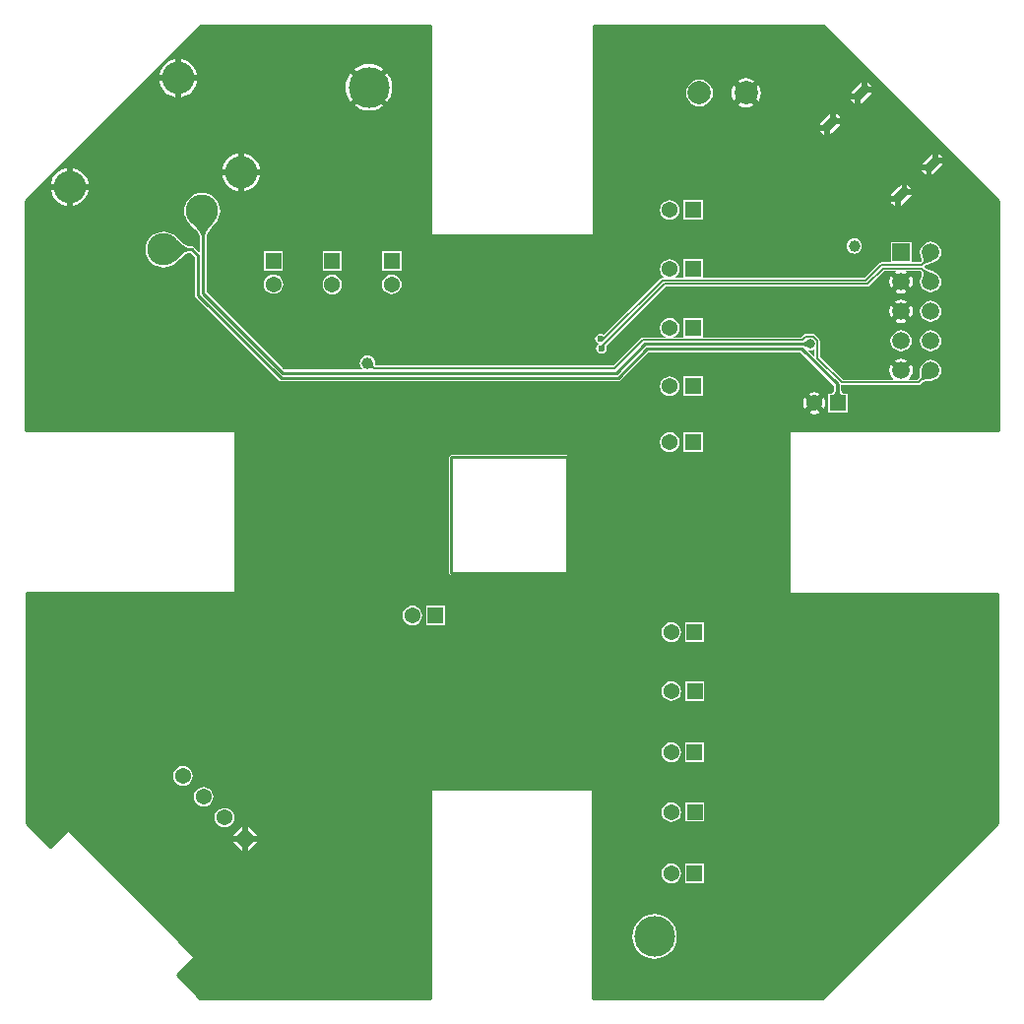
<source format=gbl>
G04*
G04 #@! TF.GenerationSoftware,Altium Limited,Altium Designer,21.8.1 (53)*
G04*
G04 Layer_Physical_Order=2*
G04 Layer_Color=16711680*
%FSLAX42Y42*%
%MOMM*%
G71*
G04*
G04 #@! TF.SameCoordinates,4C7B3126-2604-42B9-8956-4212446E7276*
G04*
G04*
G04 #@! TF.FilePolarity,Positive*
G04*
G01*
G75*
%ADD14C,0.25*%
%ADD15C,0.15*%
G04:AMPARAMS|DCode=71|XSize=1.6mm|YSize=0.8mm|CornerRadius=0mm|HoleSize=0mm|Usage=FLASHONLY|Rotation=225.000|XOffset=0mm|YOffset=0mm|HoleType=Round|Shape=Round|*
%AMOVALD71*
21,1,0.80,0.80,0.00,0.00,225.0*
1,1,0.80,0.28,0.28*
1,1,0.80,-0.28,-0.28*
%
%ADD71OVALD71*%

%ADD75C,3.50*%
%ADD76C,2.78*%
%ADD77R,1.37X1.37*%
%ADD78C,1.37*%
%ADD79C,1.37*%
%ADD80P,1.94X4X360.0*%
%ADD81R,1.37X1.37*%
%ADD82R,1.50X1.50*%
%ADD83C,1.50*%
%ADD84C,2.00*%
%ADD85C,1.00*%
%ADD86C,0.80*%
%ADD87C,0.60*%
%ADD88C,1.27*%
G36*
X6957Y8487D02*
X8463Y6982D01*
Y5007D01*
X6657D01*
Y3607D01*
X8457D01*
Y1632D01*
X6952Y126D01*
X4977D01*
X4977Y1926D01*
X3577D01*
Y126D01*
X1598D01*
X1401Y324D01*
X1556Y480D01*
X460Y1576D01*
X312Y1427D01*
X106Y1633D01*
Y3608D01*
X1906D01*
Y5008D01*
X101D01*
Y6983D01*
X1607Y8488D01*
X3582D01*
Y6686D01*
X4982D01*
Y8488D01*
X6957D01*
X6957Y8487D01*
D02*
G37*
%LPC*%
G36*
X1386Y8199D02*
X1379Y8198D01*
X1348Y8189D01*
X1320Y8174D01*
X1295Y8153D01*
X1274Y8128D01*
X1259Y8100D01*
X1250Y8069D01*
X1249Y8062D01*
X1386Y8062D01*
Y8199D01*
D02*
G37*
G36*
X1436Y8199D02*
Y8062D01*
X1573Y8062D01*
X1573Y8069D01*
X1563Y8100D01*
X1548Y8128D01*
X1528Y8153D01*
X1503Y8174D01*
X1474Y8189D01*
X1443Y8198D01*
X1436Y8199D01*
D02*
G37*
G36*
X3051Y8159D02*
X3012Y8155D01*
X2974Y8143D01*
X2940Y8125D01*
X2929Y8116D01*
X3051Y7993D01*
X3174Y8116D01*
X3163Y8125D01*
X3128Y8143D01*
X3090Y8155D01*
X3051Y8159D01*
D02*
G37*
G36*
X7338Y7997D02*
Y7962D01*
X7373D01*
X7370Y7970D01*
X7359Y7984D01*
X7346Y7994D01*
X7338Y7997D01*
D02*
G37*
G36*
X6293Y8036D02*
X6261Y8031D01*
X6230Y8019D01*
X6224Y8014D01*
X6293Y7945D01*
X6363Y8014D01*
X6356Y8019D01*
X6326Y8031D01*
X6293Y8036D01*
D02*
G37*
G36*
X1386Y8012D02*
X1249Y8012D01*
X1250Y8005D01*
X1259Y7974D01*
X1274Y7946D01*
X1295Y7921D01*
X1320Y7900D01*
X1348Y7885D01*
X1379Y7876D01*
X1386Y7875D01*
Y8012D01*
D02*
G37*
G36*
X1436D02*
Y7875D01*
X1443Y7876D01*
X1474Y7885D01*
X1503Y7900D01*
X1528Y7921D01*
X1548Y7946D01*
X1563Y7974D01*
X1573Y8005D01*
X1573Y8012D01*
X1436Y8012D01*
D02*
G37*
G36*
X6398Y7979D02*
X6329Y7910D01*
X6398Y7840D01*
X6403Y7847D01*
X6415Y7877D01*
X6420Y7910D01*
X6415Y7942D01*
X6403Y7973D01*
X6398Y7979D01*
D02*
G37*
G36*
X6189Y7979D02*
X6184Y7973D01*
X6172Y7942D01*
X6167Y7910D01*
X6172Y7877D01*
X6184Y7847D01*
X6189Y7840D01*
X6258Y7910D01*
X6189Y7979D01*
D02*
G37*
G36*
X3209Y8080D02*
X3087Y7958D01*
X3209Y7835D01*
X3218Y7846D01*
X3237Y7881D01*
X3248Y7918D01*
X3252Y7958D01*
X3248Y7997D01*
X3237Y8035D01*
X3218Y8069D01*
X3209Y8080D01*
D02*
G37*
G36*
X2893Y8080D02*
X2884Y8069D01*
X2866Y8035D01*
X2854Y7997D01*
X2850Y7958D01*
X2854Y7918D01*
X2866Y7881D01*
X2884Y7846D01*
X2893Y7835D01*
X3016Y7958D01*
X2893Y8080D01*
D02*
G37*
G36*
X7288Y7997D02*
X7280Y7994D01*
X7267Y7984D01*
X7210Y7927D01*
X7200Y7914D01*
X7196Y7906D01*
X7256Y7906D01*
Y7881D01*
X7281D01*
Y7821D01*
X7289Y7824D01*
X7303Y7835D01*
X7359Y7891D01*
X7370Y7905D01*
X7373Y7912D01*
X7313D01*
Y7937D01*
X7288D01*
Y7997D01*
D02*
G37*
G36*
X7231Y7856D02*
X7196Y7856D01*
X7200Y7848D01*
X7210Y7835D01*
X7224Y7824D01*
X7231Y7821D01*
Y7856D01*
D02*
G37*
G36*
X5893Y8026D02*
X5863Y8022D01*
X5835Y8010D01*
X5811Y7992D01*
X5793Y7968D01*
X5781Y7940D01*
X5777Y7910D01*
X5781Y7880D01*
X5793Y7852D01*
X5811Y7828D01*
X5835Y7809D01*
X5863Y7798D01*
X5893Y7794D01*
X5923Y7798D01*
X5951Y7809D01*
X5975Y7828D01*
X5994Y7852D01*
X6006Y7880D01*
X6009Y7910D01*
X6006Y7940D01*
X5994Y7968D01*
X5975Y7992D01*
X5951Y8010D01*
X5923Y8022D01*
X5893Y8026D01*
D02*
G37*
G36*
X6293Y7874D02*
X6224Y7805D01*
X6230Y7800D01*
X6261Y7788D01*
X6293Y7783D01*
X6326Y7788D01*
X6356Y7800D01*
X6363Y7805D01*
X6293Y7874D01*
D02*
G37*
G36*
X3051Y7922D02*
X2929Y7800D01*
X2940Y7791D01*
X2974Y7772D01*
X3012Y7761D01*
X3051Y7757D01*
X3090Y7761D01*
X3128Y7772D01*
X3163Y7791D01*
X3174Y7800D01*
X3051Y7922D01*
D02*
G37*
G36*
X7069Y7729D02*
Y7694D01*
X7104D01*
X7101Y7702D01*
X7091Y7715D01*
X7077Y7726D01*
X7069Y7729D01*
D02*
G37*
G36*
X7019Y7729D02*
X7011Y7726D01*
X6998Y7715D01*
X6941Y7659D01*
X6931Y7645D01*
X6928Y7637D01*
X6988Y7637D01*
Y7612D01*
X7013D01*
Y7552D01*
X7020Y7555D01*
X7034Y7566D01*
X7091Y7622D01*
X7101Y7636D01*
X7104Y7644D01*
X7044D01*
Y7669D01*
X7019D01*
Y7729D01*
D02*
G37*
G36*
X6963Y7587D02*
X6928Y7587D01*
X6931Y7579D01*
X6941Y7566D01*
X6955Y7555D01*
X6963Y7552D01*
Y7587D01*
D02*
G37*
G36*
X7949Y7387D02*
Y7352D01*
X7984D01*
X7981Y7359D01*
X7970Y7373D01*
X7957Y7383D01*
X7949Y7387D01*
D02*
G37*
G36*
X1925Y7391D02*
X1918Y7390D01*
X1887Y7380D01*
X1859Y7365D01*
X1834Y7345D01*
X1814Y7320D01*
X1798Y7291D01*
X1789Y7261D01*
X1788Y7253D01*
X1925Y7253D01*
Y7391D01*
D02*
G37*
G36*
X1975Y7391D02*
Y7253D01*
X2112Y7253D01*
X2112Y7261D01*
X2102Y7291D01*
X2087Y7320D01*
X2067Y7345D01*
X2042Y7365D01*
X2013Y7380D01*
X1982Y7390D01*
X1975Y7391D01*
D02*
G37*
G36*
X7899Y7387D02*
X7891Y7383D01*
X7877Y7373D01*
X7821Y7316D01*
X7810Y7303D01*
X7807Y7295D01*
X7867Y7295D01*
Y7270D01*
X7892D01*
Y7210D01*
X7900Y7213D01*
X7914Y7224D01*
X7970Y7280D01*
X7981Y7294D01*
X7984Y7302D01*
X7924D01*
Y7327D01*
X7899D01*
Y7387D01*
D02*
G37*
G36*
X7842Y7245D02*
X7807Y7245D01*
X7810Y7237D01*
X7821Y7224D01*
X7834Y7213D01*
X7842Y7210D01*
Y7245D01*
D02*
G37*
G36*
X452Y7265D02*
X445Y7264D01*
X414Y7255D01*
X386Y7240D01*
X361Y7219D01*
X340Y7194D01*
X325Y7166D01*
X316Y7135D01*
X315Y7128D01*
X452Y7128D01*
Y7265D01*
D02*
G37*
G36*
X502Y7265D02*
Y7128D01*
X639Y7128D01*
X638Y7135D01*
X629Y7166D01*
X614Y7194D01*
X593Y7219D01*
X568Y7240D01*
X540Y7255D01*
X509Y7264D01*
X502Y7265D01*
D02*
G37*
G36*
X7680Y7118D02*
Y7083D01*
X7715D01*
X7712Y7091D01*
X7701Y7104D01*
X7688Y7115D01*
X7680Y7118D01*
D02*
G37*
G36*
X1925Y7203D02*
X1788Y7203D01*
X1789Y7196D01*
X1798Y7165D01*
X1814Y7137D01*
X1834Y7112D01*
X1859Y7092D01*
X1887Y7076D01*
X1918Y7067D01*
X1925Y7066D01*
Y7203D01*
D02*
G37*
G36*
X1975D02*
Y7066D01*
X1982Y7067D01*
X2013Y7076D01*
X2042Y7092D01*
X2067Y7112D01*
X2087Y7137D01*
X2102Y7165D01*
X2112Y7196D01*
X2112Y7203D01*
X1975Y7203D01*
D02*
G37*
G36*
X7630Y7118D02*
X7622Y7115D01*
X7609Y7104D01*
X7552Y7048D01*
X7542Y7034D01*
X7539Y7026D01*
X7599Y7026D01*
Y7001D01*
X7624D01*
Y6941D01*
X7631Y6944D01*
X7645Y6955D01*
X7701Y7011D01*
X7712Y7025D01*
X7715Y7033D01*
X7655D01*
Y7058D01*
X7630D01*
Y7118D01*
D02*
G37*
G36*
X7574Y6976D02*
X7539Y6976D01*
X7542Y6968D01*
X7552Y6955D01*
X7566Y6944D01*
X7574Y6941D01*
Y6976D01*
D02*
G37*
G36*
X452Y7078D02*
X315Y7078D01*
X316Y7071D01*
X325Y7040D01*
X340Y7012D01*
X361Y6987D01*
X386Y6966D01*
X414Y6951D01*
X445Y6942D01*
X452Y6941D01*
Y7078D01*
D02*
G37*
G36*
X502D02*
Y6941D01*
X509Y6942D01*
X540Y6951D01*
X568Y6966D01*
X593Y6987D01*
X614Y7012D01*
X629Y7040D01*
X638Y7071D01*
X639Y7078D01*
X502Y7078D01*
D02*
G37*
G36*
X5920Y6988D02*
X5754D01*
Y6821D01*
X5920D01*
Y6988D01*
D02*
G37*
G36*
X5637Y6989D02*
X5615Y6986D01*
X5595Y6977D01*
X5577Y6964D01*
X5564Y6947D01*
X5556Y6926D01*
X5553Y6905D01*
X5556Y6883D01*
X5564Y6863D01*
X5577Y6845D01*
X5595Y6832D01*
X5615Y6823D01*
X5637Y6820D01*
X5659Y6823D01*
X5679Y6832D01*
X5696Y6845D01*
X5710Y6863D01*
X5718Y6883D01*
X5721Y6905D01*
X5718Y6926D01*
X5710Y6947D01*
X5696Y6964D01*
X5679Y6977D01*
X5659Y6986D01*
X5637Y6989D01*
D02*
G37*
G36*
X1618Y7051D02*
X1588Y7048D01*
X1559Y7039D01*
X1532Y7025D01*
X1509Y7005D01*
X1490Y6982D01*
X1475Y6955D01*
X1466Y6926D01*
X1463Y6896D01*
X1466Y6866D01*
X1475Y6837D01*
X1490Y6810D01*
X1509Y6787D01*
X1514Y6782D01*
X1516Y6780D01*
X1516Y6780D01*
D01*
D01*
X1532Y6765D01*
X1559Y6738D01*
X1569Y6726D01*
X1578Y6715D01*
X1585Y6704D01*
X1591Y6695D01*
X1594Y6687D01*
X1596Y6680D01*
X1597Y6673D01*
X1597Y6671D01*
Y6535D01*
X1549Y6584D01*
X1539Y6590D01*
X1529Y6592D01*
X1529Y6592D01*
X1510D01*
X1509Y6593D01*
X1502Y6593D01*
X1495Y6595D01*
X1486Y6599D01*
X1477Y6604D01*
X1466Y6611D01*
X1454Y6620D01*
X1412Y6657D01*
X1396Y6672D01*
Y6672D01*
X1396D01*
X1396Y6672D01*
X1395Y6673D01*
X1395Y6673D01*
X1371Y6692D01*
X1345Y6706D01*
X1316Y6715D01*
X1286Y6718D01*
X1256Y6715D01*
X1227Y6706D01*
X1200Y6692D01*
X1176Y6673D01*
X1157Y6650D01*
X1143Y6623D01*
X1134Y6594D01*
X1131Y6564D01*
X1134Y6534D01*
X1143Y6505D01*
X1157Y6478D01*
X1176Y6455D01*
X1200Y6435D01*
X1227Y6421D01*
X1256Y6412D01*
X1286Y6409D01*
X1316Y6412D01*
X1345Y6421D01*
X1371Y6435D01*
X1395Y6455D01*
X1395Y6455D01*
X1396Y6455D01*
X1427Y6485D01*
X1454Y6508D01*
X1466Y6517D01*
X1477Y6524D01*
X1486Y6529D01*
X1495Y6532D01*
X1502Y6534D01*
X1509Y6535D01*
X1510Y6536D01*
X1517D01*
X1554Y6498D01*
Y6172D01*
X1554Y6172D01*
X1556Y6161D01*
X1562Y6152D01*
X2276Y5438D01*
X2285Y5432D01*
X2296Y5430D01*
X5192D01*
X5192Y5430D01*
X5203Y5432D01*
X5212Y5438D01*
X5455Y5682D01*
X6762D01*
X7052Y5392D01*
X7052Y5386D01*
X7051Y5371D01*
X7050Y5358D01*
X7048Y5347D01*
X7045Y5339D01*
X7043Y5333D01*
X7040Y5329D01*
X7038Y5328D01*
X7037Y5327D01*
X7033Y5326D01*
X7032Y5326D01*
X6998D01*
Y5159D01*
X7165D01*
Y5326D01*
X7131D01*
X7130Y5326D01*
X7126Y5327D01*
X7125Y5328D01*
X7123Y5329D01*
X7120Y5333D01*
X7118Y5339D01*
X7115Y5347D01*
X7113Y5358D01*
X7111Y5386D01*
X7111Y5399D01*
X7117Y5397D01*
X7117Y5397D01*
X7777D01*
X7786Y5399D01*
X7793Y5404D01*
X7810Y5422D01*
X7812Y5422D01*
X7814Y5424D01*
X7817Y5426D01*
X7821Y5427D01*
X7826Y5429D01*
X7832Y5430D01*
X7839Y5431D01*
X7869Y5433D01*
X7880Y5433D01*
X7881Y5434D01*
X7904Y5437D01*
X7926Y5446D01*
X7945Y5460D01*
X7959Y5479D01*
X7969Y5501D01*
X7972Y5524D01*
X7969Y5548D01*
X7959Y5570D01*
X7945Y5589D01*
X7926Y5603D01*
X7904Y5612D01*
X7881Y5615D01*
X7857Y5612D01*
X7835Y5603D01*
X7817Y5589D01*
X7802Y5570D01*
X7793Y5548D01*
X7790Y5525D01*
X7790Y5524D01*
X7790Y5512D01*
X7789Y5501D01*
X7788Y5483D01*
X7786Y5476D01*
X7785Y5469D01*
X7784Y5464D01*
X7782Y5460D01*
X7780Y5458D01*
X7778Y5455D01*
X7778Y5454D01*
X7767Y5443D01*
X7685D01*
X7698Y5453D01*
X7714Y5474D01*
X7724Y5498D01*
X7728Y5524D01*
X7724Y5551D01*
X7714Y5575D01*
X7713Y5576D01*
X7645Y5507D01*
X7627Y5524D01*
X7609Y5507D01*
X7540Y5576D01*
X7539Y5575D01*
X7529Y5551D01*
X7526Y5524D01*
X7529Y5498D01*
X7539Y5474D01*
X7556Y5453D01*
X7568Y5443D01*
X7127D01*
X6929Y5641D01*
Y5776D01*
X6929Y5776D01*
X6928Y5783D01*
X6927Y5785D01*
X6922Y5792D01*
X6922Y5792D01*
X6885Y5830D01*
X6877Y5835D01*
X6868Y5837D01*
X6807D01*
X6798Y5835D01*
X6791Y5830D01*
X6791Y5830D01*
X6769Y5809D01*
X5920D01*
Y5974D01*
X5754D01*
Y5809D01*
X5656D01*
X5659Y5809D01*
X5679Y5817D01*
X5696Y5831D01*
X5710Y5848D01*
X5718Y5868D01*
X5721Y5890D01*
X5718Y5912D01*
X5710Y5932D01*
X5696Y5950D01*
X5679Y5963D01*
X5659Y5972D01*
X5637Y5974D01*
X5615Y5972D01*
X5595Y5963D01*
X5577Y5950D01*
X5564Y5932D01*
X5556Y5912D01*
X5553Y5890D01*
X5556Y5868D01*
X5564Y5848D01*
X5577Y5831D01*
X5595Y5817D01*
X5615Y5809D01*
X5617Y5809D01*
X5410D01*
X5401Y5807D01*
X5393Y5802D01*
X5157Y5565D01*
X3107D01*
X3106Y5567D01*
X3106Y5569D01*
X3105Y5571D01*
X3104Y5574D01*
X3104Y5577D01*
X3104Y5580D01*
X3104Y5585D01*
X3103Y5586D01*
X3104Y5588D01*
X3103Y5588D01*
X3101Y5605D01*
X3095Y5621D01*
X3084Y5634D01*
X3071Y5645D01*
X3055Y5651D01*
X3038Y5654D01*
X3021Y5651D01*
X3005Y5645D01*
X2991Y5634D01*
X2981Y5621D01*
X2975Y5605D01*
X2972Y5588D01*
X2975Y5571D01*
X2981Y5555D01*
X2991Y5542D01*
X3003Y5532D01*
X2321D01*
X1654Y6199D01*
Y6673D01*
X1654Y6674D01*
X1655Y6681D01*
X1657Y6687D01*
X1660Y6696D01*
X1666Y6706D01*
X1672Y6717D01*
X1681Y6729D01*
X1717Y6775D01*
X1732Y6792D01*
X1732D01*
Y6792D01*
X1733Y6792D01*
X1733Y6794D01*
X1746Y6810D01*
X1761Y6837D01*
X1770Y6866D01*
X1772Y6896D01*
X1770Y6926D01*
X1761Y6955D01*
X1746Y6982D01*
X1727Y7005D01*
X1704Y7025D01*
X1677Y7039D01*
X1648Y7048D01*
X1618Y7051D01*
D02*
G37*
G36*
X7225Y6659D02*
X7208Y6657D01*
X7192Y6651D01*
X7179Y6640D01*
X7168Y6627D01*
X7162Y6611D01*
X7160Y6594D01*
X7162Y6577D01*
X7168Y6561D01*
X7179Y6547D01*
X7192Y6537D01*
X7208Y6531D01*
X7225Y6528D01*
X7242Y6531D01*
X7258Y6537D01*
X7271Y6547D01*
X7282Y6561D01*
X7288Y6577D01*
X7291Y6594D01*
X7288Y6611D01*
X7282Y6627D01*
X7271Y6640D01*
X7258Y6651D01*
X7242Y6657D01*
X7225Y6659D01*
D02*
G37*
G36*
X7881Y6631D02*
X7857Y6628D01*
X7835Y6619D01*
X7817Y6605D01*
X7802Y6586D01*
X7793Y6564D01*
X7790Y6540D01*
X7793Y6517D01*
X7795Y6513D01*
X7795Y6511D01*
X7798Y6501D01*
X7800Y6493D01*
X7801Y6485D01*
X7802Y6479D01*
X7802Y6473D01*
X7802Y6468D01*
X7801Y6464D01*
X7800Y6461D01*
X7799Y6459D01*
X7796Y6456D01*
X7796Y6454D01*
X7717D01*
Y6630D01*
X7537D01*
Y6454D01*
X7457D01*
X7449Y6452D01*
X7441Y6448D01*
X7316Y6322D01*
X5920D01*
Y6479D01*
X5754D01*
Y6322D01*
X5677D01*
X5679Y6323D01*
X5696Y6336D01*
X5710Y6354D01*
X5718Y6374D01*
X5721Y6396D01*
X5718Y6417D01*
X5710Y6438D01*
X5696Y6455D01*
X5679Y6469D01*
X5659Y6477D01*
X5637Y6480D01*
X5615Y6477D01*
X5595Y6469D01*
X5577Y6455D01*
X5564Y6438D01*
X5556Y6417D01*
X5553Y6396D01*
X5556Y6374D01*
X5564Y6354D01*
X5577Y6336D01*
X5595Y6323D01*
X5597Y6322D01*
X5578D01*
X5578Y6322D01*
X5571Y6321D01*
X5569Y6320D01*
X5562Y6315D01*
X5073Y5827D01*
X5059Y5836D01*
X5042Y5840D01*
X5024Y5836D01*
X5009Y5826D01*
X5000Y5811D01*
X4996Y5794D01*
X5000Y5776D01*
X5009Y5761D01*
X5024Y5752D01*
X5017Y5747D01*
X5007Y5733D01*
X5004Y5715D01*
X5007Y5697D01*
X5017Y5683D01*
X5032Y5673D01*
X5050Y5669D01*
X5067Y5673D01*
X5082Y5683D01*
X5092Y5697D01*
X5095Y5715D01*
X5094Y5723D01*
X5094Y5726D01*
X5094Y5729D01*
X5094Y5731D01*
X5093Y5732D01*
X5094Y5733D01*
X5094Y5734D01*
X5094Y5735D01*
X5094Y5736D01*
X5094Y5736D01*
X5095Y5737D01*
X5096Y5738D01*
X5096Y5739D01*
X5098Y5740D01*
X5098Y5741D01*
X5603Y6246D01*
X7338D01*
X7347Y6248D01*
X7354Y6252D01*
X7480Y6378D01*
X7586D01*
X7576Y6374D01*
X7576Y6373D01*
X7627Y6322D01*
X7678Y6373D01*
X7677Y6374D01*
X7667Y6378D01*
X7796D01*
X7799Y6375D01*
X7800Y6373D01*
X7802Y6370D01*
X7803Y6368D01*
X7804Y6365D01*
X7805Y6361D01*
X7805Y6357D01*
X7805Y6351D01*
X7804Y6345D01*
X7802Y6338D01*
X7800Y6330D01*
X7796Y6320D01*
X7796Y6317D01*
X7793Y6310D01*
X7790Y6286D01*
X7793Y6263D01*
X7802Y6241D01*
X7817Y6222D01*
X7835Y6208D01*
X7857Y6199D01*
X7881Y6196D01*
X7904Y6199D01*
X7926Y6208D01*
X7945Y6222D01*
X7959Y6241D01*
X7969Y6263D01*
X7972Y6286D01*
X7969Y6310D01*
X7959Y6332D01*
X7945Y6351D01*
X7926Y6365D01*
X7916Y6369D01*
X7914Y6372D01*
X7914Y6372D01*
X7914Y6372D01*
X7914D01*
X7848Y6398D01*
X7839Y6402D01*
X7837Y6403D01*
X7836Y6403D01*
X7835Y6403D01*
X7823Y6416D01*
X7830Y6424D01*
X7910Y6454D01*
X7912Y6456D01*
X7926Y6462D01*
X7945Y6476D01*
X7959Y6495D01*
X7969Y6517D01*
X7972Y6540D01*
X7969Y6564D01*
X7959Y6586D01*
X7945Y6605D01*
X7926Y6619D01*
X7904Y6628D01*
X7881Y6631D01*
D02*
G37*
G36*
X2312Y6550D02*
X2145D01*
Y6383D01*
X2312D01*
Y6550D01*
D02*
G37*
G36*
X3331Y6548D02*
X3164D01*
Y6381D01*
X3331D01*
Y6548D01*
D02*
G37*
G36*
X2819Y6546D02*
X2652D01*
Y6379D01*
X2819D01*
Y6546D01*
D02*
G37*
G36*
X7713Y6338D02*
X7662Y6286D01*
X7713Y6235D01*
X7714Y6236D01*
X7724Y6260D01*
X7728Y6286D01*
X7724Y6313D01*
X7714Y6337D01*
X7713Y6338D01*
D02*
G37*
G36*
X7540Y6338D02*
X7539Y6337D01*
X7529Y6313D01*
X7526Y6286D01*
X7529Y6260D01*
X7539Y6236D01*
X7540Y6235D01*
X7591Y6286D01*
X7540Y6338D01*
D02*
G37*
G36*
X7627Y6251D02*
X7576Y6200D01*
X7576Y6199D01*
X7601Y6189D01*
X7627Y6186D01*
X7653Y6189D01*
X7677Y6199D01*
X7678Y6200D01*
X7627Y6251D01*
D02*
G37*
G36*
X2229Y6350D02*
X2207Y6347D01*
X2187Y6339D01*
X2169Y6326D01*
X2156Y6308D01*
X2147Y6288D01*
X2145Y6266D01*
X2147Y6244D01*
X2156Y6224D01*
X2169Y6207D01*
X2187Y6193D01*
X2207Y6185D01*
X2229Y6182D01*
X2251Y6185D01*
X2271Y6193D01*
X2288Y6207D01*
X2302Y6224D01*
X2310Y6244D01*
X2313Y6266D01*
X2310Y6288D01*
X2302Y6308D01*
X2288Y6326D01*
X2271Y6339D01*
X2251Y6347D01*
X2229Y6350D01*
D02*
G37*
G36*
X3247Y6348D02*
X3226Y6346D01*
X3205Y6337D01*
X3188Y6324D01*
X3174Y6306D01*
X3166Y6286D01*
X3163Y6264D01*
X3166Y6243D01*
X3174Y6222D01*
X3188Y6205D01*
X3205Y6191D01*
X3226Y6183D01*
X3247Y6180D01*
X3269Y6183D01*
X3289Y6191D01*
X3307Y6205D01*
X3320Y6222D01*
X3329Y6243D01*
X3331Y6264D01*
X3329Y6286D01*
X3320Y6306D01*
X3307Y6324D01*
X3289Y6337D01*
X3269Y6346D01*
X3247Y6348D01*
D02*
G37*
G36*
X2736Y6347D02*
X2714Y6344D01*
X2694Y6336D01*
X2676Y6322D01*
X2663Y6305D01*
X2655Y6284D01*
X2652Y6263D01*
X2655Y6241D01*
X2663Y6221D01*
X2676Y6203D01*
X2694Y6190D01*
X2714Y6181D01*
X2736Y6179D01*
X2758Y6181D01*
X2778Y6190D01*
X2795Y6203D01*
X2809Y6221D01*
X2817Y6241D01*
X2820Y6263D01*
X2817Y6284D01*
X2809Y6305D01*
X2795Y6322D01*
X2778Y6336D01*
X2758Y6344D01*
X2736Y6347D01*
D02*
G37*
G36*
X7627Y6133D02*
X7601Y6130D01*
X7576Y6120D01*
X7576Y6119D01*
X7627Y6068D01*
X7678Y6119D01*
X7677Y6120D01*
X7653Y6130D01*
X7627Y6133D01*
D02*
G37*
G36*
X7713Y6084D02*
X7662Y6032D01*
X7713Y5981D01*
X7714Y5982D01*
X7724Y6006D01*
X7728Y6032D01*
X7724Y6059D01*
X7714Y6083D01*
X7713Y6084D01*
D02*
G37*
G36*
X7540Y6084D02*
X7539Y6083D01*
X7529Y6059D01*
X7526Y6032D01*
X7529Y6006D01*
X7539Y5982D01*
X7540Y5981D01*
X7591Y6032D01*
X7540Y6084D01*
D02*
G37*
G36*
X7881Y6123D02*
X7857Y6120D01*
X7835Y6111D01*
X7817Y6097D01*
X7802Y6078D01*
X7793Y6056D01*
X7790Y6032D01*
X7793Y6009D01*
X7802Y5987D01*
X7817Y5968D01*
X7835Y5954D01*
X7857Y5945D01*
X7881Y5942D01*
X7904Y5945D01*
X7926Y5954D01*
X7945Y5968D01*
X7959Y5987D01*
X7969Y6009D01*
X7972Y6032D01*
X7969Y6056D01*
X7959Y6078D01*
X7945Y6097D01*
X7926Y6111D01*
X7904Y6120D01*
X7881Y6123D01*
D02*
G37*
G36*
X7627Y5997D02*
X7576Y5946D01*
X7576Y5945D01*
X7601Y5935D01*
X7627Y5932D01*
X7653Y5935D01*
X7677Y5945D01*
X7678Y5946D01*
X7627Y5997D01*
D02*
G37*
G36*
X7881Y5869D02*
X7857Y5866D01*
X7835Y5857D01*
X7817Y5843D01*
X7802Y5824D01*
X7793Y5802D01*
X7790Y5778D01*
X7793Y5755D01*
X7802Y5733D01*
X7817Y5714D01*
X7835Y5700D01*
X7857Y5691D01*
X7881Y5688D01*
X7904Y5691D01*
X7926Y5700D01*
X7945Y5714D01*
X7959Y5733D01*
X7969Y5755D01*
X7972Y5778D01*
X7969Y5802D01*
X7959Y5824D01*
X7945Y5843D01*
X7926Y5857D01*
X7904Y5866D01*
X7881Y5869D01*
D02*
G37*
G36*
X7627D02*
X7603Y5866D01*
X7581Y5857D01*
X7563Y5843D01*
X7548Y5824D01*
X7539Y5802D01*
X7536Y5778D01*
X7539Y5755D01*
X7548Y5733D01*
X7563Y5714D01*
X7581Y5700D01*
X7603Y5691D01*
X7627Y5688D01*
X7650Y5691D01*
X7672Y5700D01*
X7691Y5714D01*
X7705Y5733D01*
X7715Y5755D01*
X7718Y5778D01*
X7715Y5802D01*
X7705Y5824D01*
X7691Y5843D01*
X7672Y5857D01*
X7650Y5866D01*
X7627Y5869D01*
D02*
G37*
G36*
Y5625D02*
X7601Y5622D01*
X7576Y5612D01*
X7576Y5611D01*
X7627Y5560D01*
X7678Y5611D01*
X7677Y5612D01*
X7653Y5622D01*
X7627Y5625D01*
D02*
G37*
G36*
X5920Y5471D02*
X5754D01*
Y5304D01*
X5920D01*
Y5471D01*
D02*
G37*
G36*
X5637Y5471D02*
X5615Y5469D01*
X5595Y5460D01*
X5577Y5447D01*
X5564Y5429D01*
X5556Y5409D01*
X5553Y5387D01*
X5556Y5366D01*
X5564Y5345D01*
X5577Y5328D01*
X5595Y5314D01*
X5615Y5306D01*
X5637Y5303D01*
X5659Y5306D01*
X5679Y5314D01*
X5696Y5328D01*
X5710Y5345D01*
X5718Y5366D01*
X5721Y5387D01*
X5718Y5409D01*
X5710Y5429D01*
X5696Y5447D01*
X5679Y5460D01*
X5659Y5469D01*
X5637Y5471D01*
D02*
G37*
G36*
X6882Y5337D02*
X6857Y5334D01*
X6835Y5324D01*
X6882Y5278D01*
X6928Y5324D01*
X6906Y5334D01*
X6882Y5337D01*
D02*
G37*
G36*
X6963Y5289D02*
X6917Y5243D01*
X6963Y5196D01*
X6973Y5218D01*
X6976Y5243D01*
X6973Y5267D01*
X6963Y5289D01*
D02*
G37*
G36*
X6800Y5289D02*
X6791Y5267D01*
X6787Y5243D01*
X6791Y5218D01*
X6800Y5196D01*
X6846Y5243D01*
X6800Y5289D01*
D02*
G37*
G36*
X6882Y5207D02*
X6835Y5161D01*
X6857Y5152D01*
X6882Y5148D01*
X6906Y5152D01*
X6928Y5161D01*
X6882Y5207D01*
D02*
G37*
G36*
X5920Y4991D02*
X5754D01*
Y4824D01*
X5920D01*
Y4991D01*
D02*
G37*
G36*
X5637Y4991D02*
X5615Y4989D01*
X5595Y4980D01*
X5577Y4967D01*
X5564Y4949D01*
X5556Y4929D01*
X5553Y4907D01*
X5556Y4886D01*
X5564Y4865D01*
X5577Y4848D01*
X5595Y4834D01*
X5615Y4826D01*
X5637Y4823D01*
X5659Y4826D01*
X5679Y4834D01*
X5696Y4848D01*
X5710Y4865D01*
X5718Y4886D01*
X5721Y4907D01*
X5718Y4929D01*
X5710Y4949D01*
X5696Y4967D01*
X5679Y4980D01*
X5659Y4989D01*
X5637Y4991D01*
D02*
G37*
G36*
X4756Y4798D02*
X3756D01*
X3745Y4793D01*
X3740Y4782D01*
Y3782D01*
X3745Y3770D01*
X3756Y3766D01*
X4756D01*
X4768Y3770D01*
X4773Y3782D01*
Y4782D01*
X4768Y4793D01*
X4756Y4798D01*
D02*
G37*
G36*
X3707Y3500D02*
X3541D01*
Y3333D01*
X3707D01*
Y3500D01*
D02*
G37*
G36*
X3424Y3500D02*
X3402Y3498D01*
X3382Y3489D01*
X3364Y3476D01*
X3351Y3458D01*
X3343Y3438D01*
X3340Y3416D01*
X3343Y3395D01*
X3351Y3374D01*
X3364Y3357D01*
X3382Y3343D01*
X3402Y3335D01*
X3424Y3332D01*
X3446Y3335D01*
X3466Y3343D01*
X3483Y3357D01*
X3497Y3374D01*
X3505Y3395D01*
X3508Y3416D01*
X3505Y3438D01*
X3497Y3458D01*
X3483Y3476D01*
X3466Y3489D01*
X3446Y3498D01*
X3424Y3500D01*
D02*
G37*
G36*
X5935Y3357D02*
X5768D01*
Y3191D01*
X5935D01*
Y3357D01*
D02*
G37*
G36*
X5651Y3358D02*
X5629Y3355D01*
X5609Y3347D01*
X5592Y3334D01*
X5578Y3316D01*
X5570Y3296D01*
X5567Y3274D01*
X5570Y3252D01*
X5578Y3232D01*
X5592Y3215D01*
X5609Y3201D01*
X5629Y3193D01*
X5651Y3190D01*
X5673Y3193D01*
X5693Y3201D01*
X5711Y3215D01*
X5724Y3232D01*
X5732Y3252D01*
X5735Y3274D01*
X5732Y3296D01*
X5724Y3316D01*
X5711Y3334D01*
X5693Y3347D01*
X5673Y3355D01*
X5651Y3358D01*
D02*
G37*
G36*
X5936Y2852D02*
X5769D01*
Y2685D01*
X5936D01*
Y2852D01*
D02*
G37*
G36*
X5652Y2853D02*
X5630Y2850D01*
X5610Y2841D01*
X5593Y2828D01*
X5579Y2811D01*
X5571Y2790D01*
X5568Y2769D01*
X5571Y2747D01*
X5579Y2727D01*
X5593Y2709D01*
X5610Y2696D01*
X5630Y2687D01*
X5652Y2684D01*
X5674Y2687D01*
X5694Y2696D01*
X5712Y2709D01*
X5725Y2727D01*
X5733Y2747D01*
X5736Y2769D01*
X5733Y2790D01*
X5725Y2811D01*
X5712Y2828D01*
X5694Y2841D01*
X5674Y2850D01*
X5652Y2853D01*
D02*
G37*
G36*
X5935Y2324D02*
X5768D01*
Y2157D01*
X5935D01*
Y2324D01*
D02*
G37*
G36*
X5651Y2324D02*
X5629Y2322D01*
X5609Y2313D01*
X5592Y2300D01*
X5578Y2282D01*
X5570Y2262D01*
X5567Y2240D01*
X5570Y2219D01*
X5578Y2198D01*
X5592Y2181D01*
X5609Y2167D01*
X5629Y2159D01*
X5651Y2156D01*
X5673Y2159D01*
X5693Y2167D01*
X5711Y2181D01*
X5724Y2198D01*
X5732Y2219D01*
X5735Y2240D01*
X5732Y2262D01*
X5724Y2282D01*
X5711Y2300D01*
X5693Y2313D01*
X5673Y2322D01*
X5651Y2324D01*
D02*
G37*
G36*
X1451Y2121D02*
X1429Y2119D01*
X1408Y2110D01*
X1391Y2097D01*
X1378Y2079D01*
X1369Y2059D01*
X1366Y2037D01*
X1369Y2015D01*
X1378Y1995D01*
X1391Y1978D01*
X1408Y1964D01*
X1429Y1956D01*
X1451Y1953D01*
X1472Y1956D01*
X1493Y1964D01*
X1510Y1978D01*
X1523Y1995D01*
X1532Y2015D01*
X1535Y2037D01*
X1532Y2059D01*
X1523Y2079D01*
X1510Y2097D01*
X1493Y2110D01*
X1472Y2119D01*
X1451Y2121D01*
D02*
G37*
G36*
X1630Y1942D02*
X1608Y1939D01*
X1588Y1931D01*
X1571Y1917D01*
X1557Y1900D01*
X1549Y1879D01*
X1546Y1858D01*
X1549Y1836D01*
X1557Y1815D01*
X1571Y1798D01*
X1588Y1785D01*
X1608Y1776D01*
X1630Y1773D01*
X1652Y1776D01*
X1672Y1785D01*
X1690Y1798D01*
X1703Y1815D01*
X1711Y1836D01*
X1714Y1858D01*
X1711Y1879D01*
X1703Y1900D01*
X1690Y1917D01*
X1672Y1931D01*
X1652Y1939D01*
X1630Y1942D01*
D02*
G37*
G36*
X5936Y1811D02*
X5769D01*
Y1644D01*
X5936D01*
Y1811D01*
D02*
G37*
G36*
X5652Y1811D02*
X5630Y1808D01*
X5610Y1800D01*
X5593Y1787D01*
X5579Y1769D01*
X5571Y1749D01*
X5568Y1727D01*
X5571Y1705D01*
X5579Y1685D01*
X5593Y1668D01*
X5610Y1654D01*
X5630Y1646D01*
X5652Y1643D01*
X5674Y1646D01*
X5694Y1654D01*
X5712Y1668D01*
X5725Y1685D01*
X5733Y1705D01*
X5736Y1727D01*
X5733Y1749D01*
X5725Y1769D01*
X5712Y1787D01*
X5694Y1800D01*
X5674Y1808D01*
X5652Y1811D01*
D02*
G37*
G36*
X1810Y1762D02*
X1788Y1759D01*
X1768Y1751D01*
X1750Y1738D01*
X1737Y1720D01*
X1728Y1700D01*
X1726Y1678D01*
X1728Y1656D01*
X1737Y1636D01*
X1750Y1618D01*
X1768Y1605D01*
X1788Y1597D01*
X1810Y1594D01*
X1832Y1597D01*
X1852Y1605D01*
X1869Y1618D01*
X1883Y1636D01*
X1891Y1656D01*
X1894Y1678D01*
X1891Y1700D01*
X1883Y1720D01*
X1869Y1738D01*
X1852Y1751D01*
X1832Y1759D01*
X1810Y1762D01*
D02*
G37*
G36*
X1964Y1606D02*
X1882Y1523D01*
X1964D01*
X1964Y1606D01*
D02*
G37*
G36*
X2014Y1606D02*
X2014Y1523D01*
X2097D01*
X2014Y1606D01*
D02*
G37*
G36*
X2014Y1473D02*
Y1391D01*
X2097Y1473D01*
X2014D01*
D02*
G37*
G36*
X1882D02*
X1964Y1391D01*
Y1473D01*
X1882D01*
D02*
G37*
G36*
X5935Y1282D02*
X5768D01*
Y1115D01*
X5935D01*
Y1282D01*
D02*
G37*
G36*
X5651Y1283D02*
X5629Y1280D01*
X5609Y1272D01*
X5592Y1258D01*
X5578Y1241D01*
X5570Y1221D01*
X5567Y1199D01*
X5570Y1177D01*
X5578Y1157D01*
X5592Y1139D01*
X5609Y1126D01*
X5629Y1118D01*
X5651Y1115D01*
X5673Y1118D01*
X5693Y1126D01*
X5711Y1139D01*
X5724Y1157D01*
X5732Y1177D01*
X5735Y1199D01*
X5732Y1221D01*
X5724Y1241D01*
X5711Y1258D01*
X5693Y1272D01*
X5673Y1280D01*
X5651Y1283D01*
D02*
G37*
G36*
X5507Y848D02*
X5470Y844D01*
X5434Y833D01*
X5401Y815D01*
X5372Y792D01*
X5348Y763D01*
X5331Y730D01*
X5320Y694D01*
X5316Y657D01*
X5320Y619D01*
X5331Y584D01*
X5348Y551D01*
X5372Y522D01*
X5401Y498D01*
X5434Y480D01*
X5470Y469D01*
X5507Y466D01*
X5544Y469D01*
X5580Y480D01*
X5613Y498D01*
X5642Y522D01*
X5666Y551D01*
X5684Y584D01*
X5694Y619D01*
X5698Y657D01*
X5694Y694D01*
X5684Y730D01*
X5666Y763D01*
X5642Y792D01*
X5613Y815D01*
X5580Y833D01*
X5544Y844D01*
X5507Y848D01*
D02*
G37*
%LPD*%
G36*
X1705Y6785D02*
X1668Y6739D01*
X1659Y6726D01*
X1651Y6714D01*
X1646Y6703D01*
X1642Y6693D01*
X1639Y6684D01*
X1638Y6676D01*
X1613Y6674D01*
X1612Y6683D01*
X1609Y6692D01*
X1605Y6702D01*
X1599Y6713D01*
X1591Y6724D01*
X1582Y6737D01*
X1571Y6749D01*
X1543Y6777D01*
X1526Y6792D01*
X1720Y6802D01*
X1705Y6785D01*
D02*
G37*
G36*
X1401Y6645D02*
X1444Y6607D01*
X1457Y6598D01*
X1468Y6590D01*
X1479Y6584D01*
X1490Y6580D01*
X1499Y6577D01*
X1507Y6576D01*
Y6551D01*
X1499Y6550D01*
X1490Y6548D01*
X1479Y6543D01*
X1468Y6538D01*
X1457Y6530D01*
X1444Y6521D01*
X1416Y6497D01*
X1385Y6467D01*
Y6661D01*
X1401Y6645D01*
D02*
G37*
G36*
X6814Y5723D02*
X6811Y5725D01*
X6808Y5728D01*
X6805Y5730D01*
X6802Y5732D01*
X6798Y5734D01*
X6795Y5735D01*
X6792Y5736D01*
X6788Y5737D01*
X6784Y5738D01*
X6781Y5738D01*
Y5763D01*
X6784Y5763D01*
X6788Y5764D01*
X6792Y5765D01*
X6795Y5766D01*
X6798Y5767D01*
X6802Y5769D01*
X6805Y5771D01*
X6808Y5773D01*
X6811Y5776D01*
X6814Y5779D01*
Y5723D01*
D02*
G37*
G36*
X6883Y5641D02*
X6826Y5698D01*
X6843Y5694D01*
X6864Y5699D01*
X6882Y5711D01*
X6883Y5712D01*
Y5641D01*
D02*
G37*
G36*
X3088Y5580D02*
X3088Y5576D01*
X3088Y5572D01*
X3089Y5568D01*
X3090Y5564D01*
X3091Y5560D01*
X3093Y5557D01*
X3095Y5553D01*
X3097Y5550D01*
X3100Y5548D01*
X3089Y5537D01*
X3087Y5539D01*
X3084Y5541D01*
X3081Y5543D01*
X3078Y5544D01*
X3075Y5544D01*
X3071Y5545D01*
X3068Y5544D01*
X3064Y5544D01*
X3060Y5543D01*
X3056Y5541D01*
X3088Y5585D01*
X3088Y5580D01*
D02*
G37*
G36*
X7880Y5449D02*
X7868Y5449D01*
X7837Y5447D01*
X7829Y5446D01*
X7822Y5444D01*
X7815Y5442D01*
X7810Y5440D01*
X7805Y5437D01*
X7802Y5435D01*
X7791Y5445D01*
X7794Y5449D01*
X7796Y5453D01*
X7799Y5459D01*
X7801Y5465D01*
X7802Y5473D01*
X7804Y5481D01*
X7805Y5500D01*
X7806Y5512D01*
X7806Y5524D01*
X7880Y5449D01*
D02*
G37*
G36*
X7095Y5385D02*
X7097Y5356D01*
X7100Y5344D01*
X7103Y5333D01*
X7106Y5325D01*
X7111Y5319D01*
X7116Y5314D01*
X7121Y5311D01*
X7127Y5310D01*
X7036D01*
X7042Y5311D01*
X7048Y5314D01*
X7053Y5319D01*
X7057Y5325D01*
X7061Y5333D01*
X7063Y5344D01*
X7066Y5356D01*
X7067Y5369D01*
X7068Y5385D01*
X7069Y5403D01*
X7094D01*
X7095Y5385D01*
D02*
G37*
G36*
X7904Y6469D02*
X7823Y6438D01*
X7809Y6445D01*
X7812Y6449D01*
X7815Y6454D01*
X7817Y6460D01*
X7818Y6466D01*
X7819Y6472D01*
X7818Y6480D01*
X7817Y6488D01*
X7816Y6497D01*
X7813Y6506D01*
X7810Y6516D01*
X7904Y6469D01*
D02*
G37*
G36*
X7828Y6389D02*
X7831Y6387D01*
X7842Y6383D01*
X7908Y6356D01*
X7811Y6315D01*
X7815Y6324D01*
X7818Y6333D01*
X7820Y6342D01*
X7821Y6349D01*
X7822Y6357D01*
X7821Y6363D01*
X7820Y6369D01*
X7818Y6375D01*
X7816Y6379D01*
X7812Y6384D01*
X7827Y6390D01*
X7828Y6389D01*
D02*
G37*
G36*
X5068Y5809D02*
X5068Y5809D01*
X5069Y5809D01*
X5070Y5809D01*
X5071Y5808D01*
X5074Y5808D01*
X5079Y5808D01*
Y5793D01*
X5078Y5793D01*
X5076Y5793D01*
X5075Y5793D01*
X5074Y5793D01*
X5073Y5792D01*
X5073Y5792D01*
X5072Y5792D01*
X5072Y5791D01*
X5072Y5791D01*
X5067Y5810D01*
X5068Y5809D01*
D02*
G37*
G36*
X5084Y5749D02*
X5082Y5747D01*
X5080Y5745D01*
X5079Y5742D01*
X5078Y5740D01*
X5078Y5737D01*
X5077Y5735D01*
X5077Y5732D01*
X5077Y5729D01*
X5078Y5726D01*
X5079Y5722D01*
X5043Y5744D01*
X5047Y5745D01*
X5057Y5748D01*
X5060Y5750D01*
X5065Y5752D01*
X5067Y5754D01*
X5069Y5755D01*
X5070Y5757D01*
X5084Y5749D01*
D02*
G37*
D14*
X1618Y6896D02*
X1626Y6888D01*
Y6187D02*
Y6888D01*
Y6187D02*
X2309Y5504D01*
X1582Y6172D02*
Y6510D01*
X1529Y6564D02*
X1582Y6510D01*
Y6172D02*
X2296Y5458D01*
X1286Y6564D02*
X1529D01*
X2296Y5458D02*
X5192D01*
X2309Y5504D02*
X5179D01*
X5192Y5458D02*
X5443Y5710D01*
X5179Y5504D02*
X5425Y5751D01*
X7082Y5243D02*
Y5403D01*
X6774Y5710D02*
X7082Y5403D01*
X5443Y5710D02*
X6774D01*
X5425Y5751D02*
X6843D01*
X5725Y128D02*
X5727Y126D01*
X3756Y3782D02*
Y4782D01*
Y3782D02*
X4756D01*
Y4782D01*
X3756D02*
X4756D01*
X1401Y324D02*
X1598Y126D01*
X3577D01*
Y1926D01*
X4977D01*
X4977Y126D02*
X4977Y1926D01*
X4977Y126D02*
X6952D01*
X8457Y1632D01*
Y3607D01*
X6657D02*
X8457D01*
X6657D02*
Y5007D01*
X8463D01*
Y6982D01*
X6957Y8487D02*
X8463Y6982D01*
X6957Y8488D02*
X6957Y8487D01*
X4982Y8488D02*
X6957D01*
X4982Y6686D02*
Y8488D01*
X3582Y6686D02*
X4982D01*
X3582D02*
Y8488D01*
X1607D02*
X3582D01*
X101Y6983D02*
X1607Y8488D01*
X101Y5008D02*
Y6983D01*
Y5008D02*
X1906D01*
Y3608D02*
Y5008D01*
X106Y3608D02*
X1906D01*
X106Y1633D02*
Y3608D01*
Y1633D02*
X312Y1427D01*
X460Y1576D01*
X1556Y480D01*
X1401Y324D02*
X1556Y480D01*
D15*
X6906Y5631D02*
Y5776D01*
Y5631D02*
X7117Y5420D01*
X7777D01*
X3049Y5588D02*
X3095Y5542D01*
X3038Y5588D02*
X3049D01*
X3095Y5542D02*
X5166D01*
X6868Y5814D02*
X6906Y5776D01*
X5410Y5786D02*
X6779D01*
X6807Y5814D01*
X6868D01*
X7777Y5420D02*
X7881Y5524D01*
X5166Y5542D02*
X5410Y5786D01*
X7881Y6286D02*
Y6325D01*
X7470Y6401D02*
X7805D01*
X7881Y6325D01*
X7338Y6269D02*
X7470Y6401D01*
X7805Y6431D02*
X7881Y6507D01*
Y6540D01*
X7325Y6299D02*
X7457Y6431D01*
X7805D01*
X5578Y6299D02*
X7325D01*
X5079Y5801D02*
X5578Y6299D01*
X5049Y5801D02*
X5079D01*
X5042Y5794D02*
X5049Y5801D01*
X5593Y6269D02*
X7338D01*
X5050Y5725D02*
X5593Y6269D01*
X5050Y5715D02*
Y5725D01*
D71*
X7285Y7909D02*
D03*
X7896Y7298D02*
D03*
X7016Y7640D02*
D03*
X7627Y7030D02*
D03*
D75*
X5507Y657D02*
D03*
X3051Y7958D02*
D03*
D76*
X477Y7103D02*
D03*
X1411Y8037D02*
D03*
X1950Y7228D02*
D03*
X1618Y6896D02*
D03*
X1286Y6564D02*
D03*
D77*
X7082Y5243D02*
D03*
X5851Y2240D02*
D03*
Y3274D02*
D03*
X3624Y3416D02*
D03*
X5852Y2769D02*
D03*
X5837Y4907D02*
D03*
X5837Y5387D02*
D03*
X5837Y5890D02*
D03*
X5837Y6396D02*
D03*
Y6905D02*
D03*
X5851Y1199D02*
D03*
X5852Y1727D02*
D03*
D78*
X6882Y5243D02*
D03*
X5651Y2240D02*
D03*
Y3274D02*
D03*
X3424Y3416D02*
D03*
X5652Y2769D02*
D03*
X5637Y4907D02*
D03*
X5637Y5387D02*
D03*
X5637Y5890D02*
D03*
X5637Y6396D02*
D03*
Y6905D02*
D03*
X2736Y6263D02*
D03*
X3247Y6264D02*
D03*
X5651Y1199D02*
D03*
X5652Y1727D02*
D03*
X2229Y6266D02*
D03*
D79*
X1451Y2037D02*
D03*
X1630Y1858D02*
D03*
X1810Y1678D02*
D03*
D80*
X1989Y1498D02*
D03*
D81*
X2736Y6463D02*
D03*
X3247Y6464D02*
D03*
X2229Y6466D02*
D03*
D82*
X7627Y6540D02*
D03*
D83*
X7881D02*
D03*
X7627Y6286D02*
D03*
X7881D02*
D03*
X7627Y6032D02*
D03*
X7881D02*
D03*
X7627Y5778D02*
D03*
X7881D02*
D03*
X7627Y5524D02*
D03*
X7881D02*
D03*
D84*
X5893Y7910D02*
D03*
X6293D02*
D03*
D85*
X7225Y6594D02*
D03*
X3038Y5588D02*
D03*
D86*
X6822Y5878D02*
D03*
X4185Y6203D02*
D03*
X4387Y6482D02*
D03*
X3401Y5758D02*
D03*
X7419Y6617D02*
D03*
X6843Y5751D02*
D03*
X4370Y5645D02*
D03*
X4268Y5644D02*
D03*
X4172D02*
D03*
X4370Y5741D02*
D03*
X4267Y5742D02*
D03*
X4170Y5744D02*
D03*
X4267Y5844D02*
D03*
X4370Y5841D02*
D03*
X4167Y5844D02*
D03*
D87*
X7544Y1144D02*
D03*
X5042Y5794D02*
D03*
X5050Y5715D02*
D03*
D88*
X2499Y5849D02*
D03*
M02*

</source>
